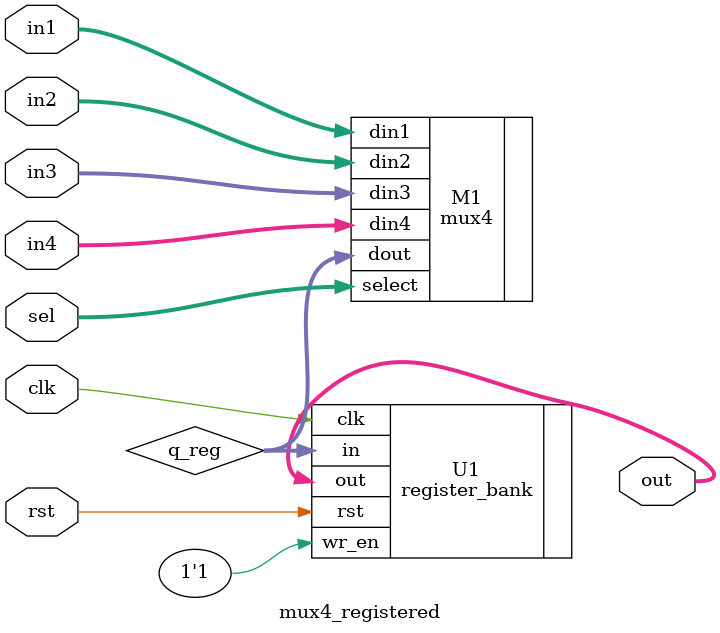
<source format=v>
module mux4_registered #(parameter WIDTH= 8) (
 input clk,
 input rst,
 input [1:0] sel,
 input [WIDTH-1:0] in1, in2, in3, in4,
 output [WIDTH-1:0] out
);

wire [WIDTH-1 : 0] q_reg;

mux4 #(.WIDTH(WIDTH)) M1 (.din1(in1), .din2(in2), .din3(in3), .din4(in4), .select(sel), .dout(q_reg));
register_bank #(.WIDTH(WIDTH)) U1 (.clk(clk), .rst(rst), .wr_en(1'b1), .in(q_reg), .out(out));

endmodule
</source>
